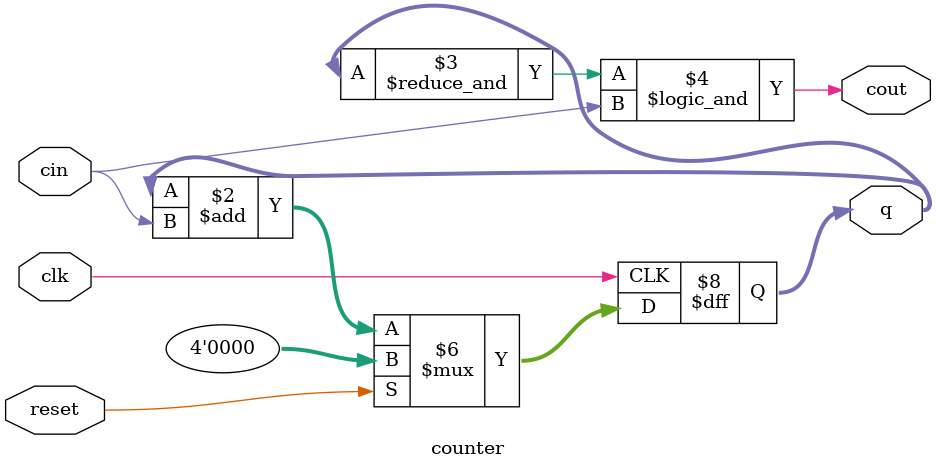
<source format=v>
module counter(q, cout, reset, cin, clk);
	parameter N = 4;

	input reset, cin, clk;
	output cout;
	output[N:1] q;
	reg[N:1] q;

	always @(posedge clk)
	begin
		if(reset) q<=0;
		else
			q<=q+cin;
	end

	assign cout=&q && cin;
endmodule


</source>
